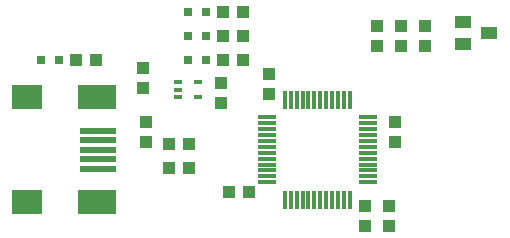
<source format=gbr>
%TF.GenerationSoftware,KiCad,Pcbnew,(6.0.7)*%
%TF.CreationDate,2022-08-30T17:29:13+02:00*%
%TF.ProjectId,bmp_entropia,626d705f-656e-4747-926f-7069612e6b69,rev?*%
%TF.SameCoordinates,Original*%
%TF.FileFunction,Paste,Top*%
%TF.FilePolarity,Positive*%
%FSLAX46Y46*%
G04 Gerber Fmt 4.6, Leading zero omitted, Abs format (unit mm)*
G04 Created by KiCad (PCBNEW (6.0.7)) date 2022-08-30 17:29:13*
%MOMM*%
%LPD*%
G01*
G04 APERTURE LIST*
%ADD10R,1.000000X1.100000*%
%ADD11R,0.800000X0.800000*%
%ADD12R,1.100000X1.000000*%
%ADD13R,1.400000X1.000000*%
%ADD14R,3.100000X0.500000*%
%ADD15R,2.500000X2.000000*%
%ADD16R,3.300000X2.000000*%
%ADD17R,0.800000X0.350000*%
%ADD18R,1.500000X0.300000*%
%ADD19R,0.300000X1.500000*%
G04 APERTURE END LIST*
D10*
%TO.C,R9*%
X144751100Y-95492600D03*
X143051100Y-95492600D03*
%TD*%
D11*
%TO.C,LED1*%
X129157100Y-99556600D03*
X127657100Y-99556600D03*
%TD*%
D10*
%TO.C,C4*%
X136281100Y-101930600D03*
X136281100Y-100230600D03*
%TD*%
%TO.C,C6*%
X155077100Y-111914600D03*
X155077100Y-113614600D03*
%TD*%
D12*
%TO.C,C7*%
X145259100Y-110732600D03*
X143559100Y-110732600D03*
%TD*%
%TO.C,R10*%
X160157100Y-96674600D03*
X160157100Y-98374600D03*
%TD*%
D10*
%TO.C,R7*%
X144751100Y-99556600D03*
X143051100Y-99556600D03*
%TD*%
D11*
%TO.C,LED3*%
X141603100Y-97524600D03*
X140103100Y-97524600D03*
%TD*%
D12*
%TO.C,R1*%
X136535100Y-104802600D03*
X136535100Y-106502600D03*
%TD*%
D13*
%TO.C,Q2*%
X163375100Y-96320600D03*
X163375100Y-98220600D03*
X165575100Y-97270600D03*
%TD*%
D14*
%TO.C,X1*%
X132423100Y-105576600D03*
X132423100Y-106376600D03*
X132423100Y-107176600D03*
X132423100Y-107976600D03*
X132423100Y-108776600D03*
D15*
X126423100Y-111626600D03*
X126423100Y-102726600D03*
D16*
X132323100Y-102726600D03*
X132323100Y-111626600D03*
%TD*%
D10*
%TO.C,C5*%
X142885100Y-101500600D03*
X142885100Y-103200600D03*
%TD*%
%TO.C,R8*%
X144751100Y-97524600D03*
X143051100Y-97524600D03*
%TD*%
%TO.C,R6*%
X132305100Y-99556600D03*
X130605100Y-99556600D03*
%TD*%
D17*
%TO.C,U$2*%
X139241100Y-101446600D03*
X139241100Y-102096600D03*
X139241100Y-102746600D03*
X140941100Y-102746600D03*
X140941100Y-101446600D03*
%TD*%
D11*
%TO.C,LED4*%
X141603100Y-95492600D03*
X140103100Y-95492600D03*
%TD*%
D12*
%TO.C,R11*%
X158125100Y-96674600D03*
X158125100Y-98374600D03*
%TD*%
D10*
%TO.C,R2*%
X140179100Y-106668600D03*
X138479100Y-106668600D03*
%TD*%
%TO.C,C3*%
X156093100Y-98374600D03*
X156093100Y-96674600D03*
%TD*%
%TO.C,C10*%
X157109100Y-111914600D03*
X157109100Y-113614600D03*
%TD*%
D18*
%TO.C,U$1*%
X155263100Y-109926600D03*
X155263100Y-109426600D03*
X155263100Y-108926600D03*
X155263100Y-108426600D03*
X155263100Y-107926600D03*
X155263100Y-107426600D03*
X155263100Y-106926600D03*
X155263100Y-106426600D03*
X155263100Y-105926600D03*
X155263100Y-105426600D03*
X155263100Y-104926600D03*
X155263100Y-104426600D03*
D19*
X153763100Y-102926600D03*
X153263100Y-102926600D03*
X152763100Y-102926600D03*
X152263100Y-102926600D03*
X151763100Y-102926600D03*
X151263100Y-102926600D03*
X150763100Y-102926600D03*
X150263100Y-102926600D03*
X149763100Y-102926600D03*
X149263100Y-102926600D03*
X148763100Y-102926600D03*
X148263100Y-102926600D03*
D18*
X146763100Y-104426600D03*
X146763100Y-104926600D03*
X146763100Y-105426600D03*
X146763100Y-105926600D03*
X146763100Y-106426600D03*
X146763100Y-106926600D03*
X146763100Y-107426600D03*
X146763100Y-107926600D03*
X146763100Y-108426600D03*
X146763100Y-108926600D03*
X146763100Y-109426600D03*
X146763100Y-109926600D03*
D19*
X148263100Y-111426600D03*
X148763100Y-111426600D03*
X149263100Y-111426600D03*
X149763100Y-111426600D03*
X150263100Y-111426600D03*
X150763100Y-111426600D03*
X151263100Y-111426600D03*
X151763100Y-111426600D03*
X152263100Y-111426600D03*
X152763100Y-111426600D03*
X153263100Y-111426600D03*
X153763100Y-111426600D03*
%TD*%
D10*
%TO.C,C9*%
X157617100Y-104802600D03*
X157617100Y-106502600D03*
%TD*%
%TO.C,R3*%
X140179100Y-108700600D03*
X138479100Y-108700600D03*
%TD*%
%TO.C,C8*%
X146949100Y-102438600D03*
X146949100Y-100738600D03*
%TD*%
D11*
%TO.C,LED2*%
X141603100Y-99556600D03*
X140103100Y-99556600D03*
%TD*%
M02*

</source>
